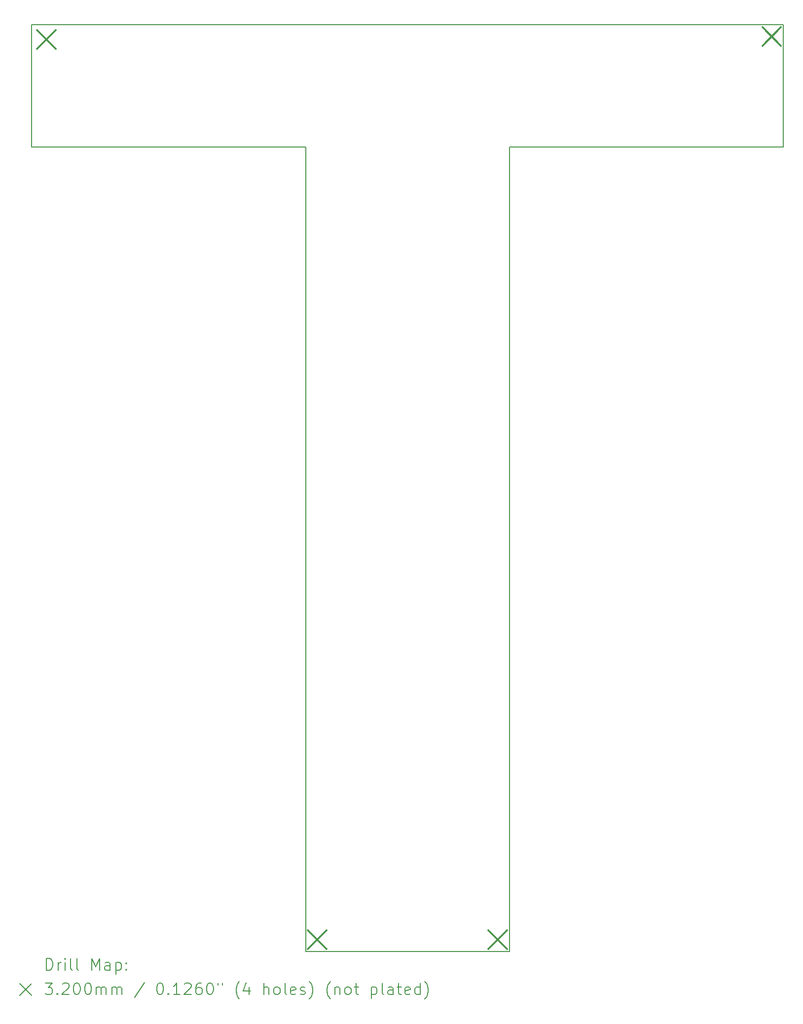
<source format=gbr>
%FSLAX45Y45*%
G04 Gerber Fmt 4.5, Leading zero omitted, Abs format (unit mm)*
G04 Created by KiCad (PCBNEW (6.0.2)) date 2023-10-08 18:38:42*
%MOMM*%
%LPD*%
G01*
G04 APERTURE LIST*
%TA.AperFunction,Profile*%
%ADD10C,0.150000*%
%TD*%
%ADD11C,0.200000*%
%ADD12C,0.320000*%
G04 APERTURE END LIST*
D10*
X21900000Y-8100000D02*
X17200000Y-8100000D01*
X17200000Y-8100000D02*
X17200000Y-21908000D01*
X17200000Y-21908000D02*
X13700000Y-21908000D01*
X13700000Y-21908000D02*
X13700000Y-8100000D01*
X13700000Y-8100000D02*
X9000000Y-8100000D01*
X9000000Y-8100000D02*
X9000000Y-6000000D01*
X9000000Y-6000000D02*
X21900000Y-6000000D01*
X21900000Y-6000000D02*
X21900000Y-8100000D01*
D11*
D12*
X9090000Y-6090000D02*
X9410000Y-6410000D01*
X9410000Y-6090000D02*
X9090000Y-6410000D01*
X13740000Y-21540000D02*
X14060000Y-21860000D01*
X14060000Y-21540000D02*
X13740000Y-21860000D01*
X16840000Y-21540000D02*
X17160000Y-21860000D01*
X17160000Y-21540000D02*
X16840000Y-21860000D01*
X21540000Y-6040000D02*
X21860000Y-6360000D01*
X21860000Y-6040000D02*
X21540000Y-6360000D01*
D11*
X9250119Y-22225976D02*
X9250119Y-22025976D01*
X9297738Y-22025976D01*
X9326310Y-22035500D01*
X9345357Y-22054548D01*
X9354881Y-22073595D01*
X9364405Y-22111690D01*
X9364405Y-22140262D01*
X9354881Y-22178357D01*
X9345357Y-22197405D01*
X9326310Y-22216452D01*
X9297738Y-22225976D01*
X9250119Y-22225976D01*
X9450119Y-22225976D02*
X9450119Y-22092643D01*
X9450119Y-22130738D02*
X9459643Y-22111690D01*
X9469167Y-22102167D01*
X9488214Y-22092643D01*
X9507262Y-22092643D01*
X9573929Y-22225976D02*
X9573929Y-22092643D01*
X9573929Y-22025976D02*
X9564405Y-22035500D01*
X9573929Y-22045024D01*
X9583452Y-22035500D01*
X9573929Y-22025976D01*
X9573929Y-22045024D01*
X9697738Y-22225976D02*
X9678690Y-22216452D01*
X9669167Y-22197405D01*
X9669167Y-22025976D01*
X9802500Y-22225976D02*
X9783452Y-22216452D01*
X9773929Y-22197405D01*
X9773929Y-22025976D01*
X10031071Y-22225976D02*
X10031071Y-22025976D01*
X10097738Y-22168833D01*
X10164405Y-22025976D01*
X10164405Y-22225976D01*
X10345357Y-22225976D02*
X10345357Y-22121214D01*
X10335833Y-22102167D01*
X10316786Y-22092643D01*
X10278690Y-22092643D01*
X10259643Y-22102167D01*
X10345357Y-22216452D02*
X10326310Y-22225976D01*
X10278690Y-22225976D01*
X10259643Y-22216452D01*
X10250119Y-22197405D01*
X10250119Y-22178357D01*
X10259643Y-22159310D01*
X10278690Y-22149786D01*
X10326310Y-22149786D01*
X10345357Y-22140262D01*
X10440595Y-22092643D02*
X10440595Y-22292643D01*
X10440595Y-22102167D02*
X10459643Y-22092643D01*
X10497738Y-22092643D01*
X10516786Y-22102167D01*
X10526310Y-22111690D01*
X10535833Y-22130738D01*
X10535833Y-22187881D01*
X10526310Y-22206929D01*
X10516786Y-22216452D01*
X10497738Y-22225976D01*
X10459643Y-22225976D01*
X10440595Y-22216452D01*
X10621548Y-22206929D02*
X10631071Y-22216452D01*
X10621548Y-22225976D01*
X10612024Y-22216452D01*
X10621548Y-22206929D01*
X10621548Y-22225976D01*
X10621548Y-22102167D02*
X10631071Y-22111690D01*
X10621548Y-22121214D01*
X10612024Y-22111690D01*
X10621548Y-22102167D01*
X10621548Y-22121214D01*
X8792500Y-22455500D02*
X8992500Y-22655500D01*
X8992500Y-22455500D02*
X8792500Y-22655500D01*
X9231071Y-22445976D02*
X9354881Y-22445976D01*
X9288214Y-22522167D01*
X9316786Y-22522167D01*
X9335833Y-22531690D01*
X9345357Y-22541214D01*
X9354881Y-22560262D01*
X9354881Y-22607881D01*
X9345357Y-22626928D01*
X9335833Y-22636452D01*
X9316786Y-22645976D01*
X9259643Y-22645976D01*
X9240595Y-22636452D01*
X9231071Y-22626928D01*
X9440595Y-22626928D02*
X9450119Y-22636452D01*
X9440595Y-22645976D01*
X9431071Y-22636452D01*
X9440595Y-22626928D01*
X9440595Y-22645976D01*
X9526310Y-22465024D02*
X9535833Y-22455500D01*
X9554881Y-22445976D01*
X9602500Y-22445976D01*
X9621548Y-22455500D01*
X9631071Y-22465024D01*
X9640595Y-22484071D01*
X9640595Y-22503119D01*
X9631071Y-22531690D01*
X9516786Y-22645976D01*
X9640595Y-22645976D01*
X9764405Y-22445976D02*
X9783452Y-22445976D01*
X9802500Y-22455500D01*
X9812024Y-22465024D01*
X9821548Y-22484071D01*
X9831071Y-22522167D01*
X9831071Y-22569786D01*
X9821548Y-22607881D01*
X9812024Y-22626928D01*
X9802500Y-22636452D01*
X9783452Y-22645976D01*
X9764405Y-22645976D01*
X9745357Y-22636452D01*
X9735833Y-22626928D01*
X9726310Y-22607881D01*
X9716786Y-22569786D01*
X9716786Y-22522167D01*
X9726310Y-22484071D01*
X9735833Y-22465024D01*
X9745357Y-22455500D01*
X9764405Y-22445976D01*
X9954881Y-22445976D02*
X9973929Y-22445976D01*
X9992976Y-22455500D01*
X10002500Y-22465024D01*
X10012024Y-22484071D01*
X10021548Y-22522167D01*
X10021548Y-22569786D01*
X10012024Y-22607881D01*
X10002500Y-22626928D01*
X9992976Y-22636452D01*
X9973929Y-22645976D01*
X9954881Y-22645976D01*
X9935833Y-22636452D01*
X9926310Y-22626928D01*
X9916786Y-22607881D01*
X9907262Y-22569786D01*
X9907262Y-22522167D01*
X9916786Y-22484071D01*
X9926310Y-22465024D01*
X9935833Y-22455500D01*
X9954881Y-22445976D01*
X10107262Y-22645976D02*
X10107262Y-22512643D01*
X10107262Y-22531690D02*
X10116786Y-22522167D01*
X10135833Y-22512643D01*
X10164405Y-22512643D01*
X10183452Y-22522167D01*
X10192976Y-22541214D01*
X10192976Y-22645976D01*
X10192976Y-22541214D02*
X10202500Y-22522167D01*
X10221548Y-22512643D01*
X10250119Y-22512643D01*
X10269167Y-22522167D01*
X10278690Y-22541214D01*
X10278690Y-22645976D01*
X10373929Y-22645976D02*
X10373929Y-22512643D01*
X10373929Y-22531690D02*
X10383452Y-22522167D01*
X10402500Y-22512643D01*
X10431071Y-22512643D01*
X10450119Y-22522167D01*
X10459643Y-22541214D01*
X10459643Y-22645976D01*
X10459643Y-22541214D02*
X10469167Y-22522167D01*
X10488214Y-22512643D01*
X10516786Y-22512643D01*
X10535833Y-22522167D01*
X10545357Y-22541214D01*
X10545357Y-22645976D01*
X10935833Y-22436452D02*
X10764405Y-22693595D01*
X11192976Y-22445976D02*
X11212024Y-22445976D01*
X11231071Y-22455500D01*
X11240595Y-22465024D01*
X11250119Y-22484071D01*
X11259643Y-22522167D01*
X11259643Y-22569786D01*
X11250119Y-22607881D01*
X11240595Y-22626928D01*
X11231071Y-22636452D01*
X11212024Y-22645976D01*
X11192976Y-22645976D01*
X11173929Y-22636452D01*
X11164405Y-22626928D01*
X11154881Y-22607881D01*
X11145357Y-22569786D01*
X11145357Y-22522167D01*
X11154881Y-22484071D01*
X11164405Y-22465024D01*
X11173929Y-22455500D01*
X11192976Y-22445976D01*
X11345357Y-22626928D02*
X11354881Y-22636452D01*
X11345357Y-22645976D01*
X11335833Y-22636452D01*
X11345357Y-22626928D01*
X11345357Y-22645976D01*
X11545357Y-22645976D02*
X11431071Y-22645976D01*
X11488214Y-22645976D02*
X11488214Y-22445976D01*
X11469167Y-22474548D01*
X11450119Y-22493595D01*
X11431071Y-22503119D01*
X11621548Y-22465024D02*
X11631071Y-22455500D01*
X11650119Y-22445976D01*
X11697738Y-22445976D01*
X11716786Y-22455500D01*
X11726309Y-22465024D01*
X11735833Y-22484071D01*
X11735833Y-22503119D01*
X11726309Y-22531690D01*
X11612024Y-22645976D01*
X11735833Y-22645976D01*
X11907262Y-22445976D02*
X11869167Y-22445976D01*
X11850119Y-22455500D01*
X11840595Y-22465024D01*
X11821548Y-22493595D01*
X11812024Y-22531690D01*
X11812024Y-22607881D01*
X11821548Y-22626928D01*
X11831071Y-22636452D01*
X11850119Y-22645976D01*
X11888214Y-22645976D01*
X11907262Y-22636452D01*
X11916786Y-22626928D01*
X11926309Y-22607881D01*
X11926309Y-22560262D01*
X11916786Y-22541214D01*
X11907262Y-22531690D01*
X11888214Y-22522167D01*
X11850119Y-22522167D01*
X11831071Y-22531690D01*
X11821548Y-22541214D01*
X11812024Y-22560262D01*
X12050119Y-22445976D02*
X12069167Y-22445976D01*
X12088214Y-22455500D01*
X12097738Y-22465024D01*
X12107262Y-22484071D01*
X12116786Y-22522167D01*
X12116786Y-22569786D01*
X12107262Y-22607881D01*
X12097738Y-22626928D01*
X12088214Y-22636452D01*
X12069167Y-22645976D01*
X12050119Y-22645976D01*
X12031071Y-22636452D01*
X12021548Y-22626928D01*
X12012024Y-22607881D01*
X12002500Y-22569786D01*
X12002500Y-22522167D01*
X12012024Y-22484071D01*
X12021548Y-22465024D01*
X12031071Y-22455500D01*
X12050119Y-22445976D01*
X12192976Y-22445976D02*
X12192976Y-22484071D01*
X12269167Y-22445976D02*
X12269167Y-22484071D01*
X12564405Y-22722167D02*
X12554881Y-22712643D01*
X12535833Y-22684071D01*
X12526309Y-22665024D01*
X12516786Y-22636452D01*
X12507262Y-22588833D01*
X12507262Y-22550738D01*
X12516786Y-22503119D01*
X12526309Y-22474548D01*
X12535833Y-22455500D01*
X12554881Y-22426928D01*
X12564405Y-22417405D01*
X12726309Y-22512643D02*
X12726309Y-22645976D01*
X12678690Y-22436452D02*
X12631071Y-22579309D01*
X12754881Y-22579309D01*
X12983452Y-22645976D02*
X12983452Y-22445976D01*
X13069167Y-22645976D02*
X13069167Y-22541214D01*
X13059643Y-22522167D01*
X13040595Y-22512643D01*
X13012024Y-22512643D01*
X12992976Y-22522167D01*
X12983452Y-22531690D01*
X13192976Y-22645976D02*
X13173928Y-22636452D01*
X13164405Y-22626928D01*
X13154881Y-22607881D01*
X13154881Y-22550738D01*
X13164405Y-22531690D01*
X13173928Y-22522167D01*
X13192976Y-22512643D01*
X13221548Y-22512643D01*
X13240595Y-22522167D01*
X13250119Y-22531690D01*
X13259643Y-22550738D01*
X13259643Y-22607881D01*
X13250119Y-22626928D01*
X13240595Y-22636452D01*
X13221548Y-22645976D01*
X13192976Y-22645976D01*
X13373928Y-22645976D02*
X13354881Y-22636452D01*
X13345357Y-22617405D01*
X13345357Y-22445976D01*
X13526309Y-22636452D02*
X13507262Y-22645976D01*
X13469167Y-22645976D01*
X13450119Y-22636452D01*
X13440595Y-22617405D01*
X13440595Y-22541214D01*
X13450119Y-22522167D01*
X13469167Y-22512643D01*
X13507262Y-22512643D01*
X13526309Y-22522167D01*
X13535833Y-22541214D01*
X13535833Y-22560262D01*
X13440595Y-22579309D01*
X13612024Y-22636452D02*
X13631071Y-22645976D01*
X13669167Y-22645976D01*
X13688214Y-22636452D01*
X13697738Y-22617405D01*
X13697738Y-22607881D01*
X13688214Y-22588833D01*
X13669167Y-22579309D01*
X13640595Y-22579309D01*
X13621548Y-22569786D01*
X13612024Y-22550738D01*
X13612024Y-22541214D01*
X13621548Y-22522167D01*
X13640595Y-22512643D01*
X13669167Y-22512643D01*
X13688214Y-22522167D01*
X13764405Y-22722167D02*
X13773928Y-22712643D01*
X13792976Y-22684071D01*
X13802500Y-22665024D01*
X13812024Y-22636452D01*
X13821548Y-22588833D01*
X13821548Y-22550738D01*
X13812024Y-22503119D01*
X13802500Y-22474548D01*
X13792976Y-22455500D01*
X13773928Y-22426928D01*
X13764405Y-22417405D01*
X14126309Y-22722167D02*
X14116786Y-22712643D01*
X14097738Y-22684071D01*
X14088214Y-22665024D01*
X14078690Y-22636452D01*
X14069167Y-22588833D01*
X14069167Y-22550738D01*
X14078690Y-22503119D01*
X14088214Y-22474548D01*
X14097738Y-22455500D01*
X14116786Y-22426928D01*
X14126309Y-22417405D01*
X14202500Y-22512643D02*
X14202500Y-22645976D01*
X14202500Y-22531690D02*
X14212024Y-22522167D01*
X14231071Y-22512643D01*
X14259643Y-22512643D01*
X14278690Y-22522167D01*
X14288214Y-22541214D01*
X14288214Y-22645976D01*
X14412024Y-22645976D02*
X14392976Y-22636452D01*
X14383452Y-22626928D01*
X14373928Y-22607881D01*
X14373928Y-22550738D01*
X14383452Y-22531690D01*
X14392976Y-22522167D01*
X14412024Y-22512643D01*
X14440595Y-22512643D01*
X14459643Y-22522167D01*
X14469167Y-22531690D01*
X14478690Y-22550738D01*
X14478690Y-22607881D01*
X14469167Y-22626928D01*
X14459643Y-22636452D01*
X14440595Y-22645976D01*
X14412024Y-22645976D01*
X14535833Y-22512643D02*
X14612024Y-22512643D01*
X14564405Y-22445976D02*
X14564405Y-22617405D01*
X14573928Y-22636452D01*
X14592976Y-22645976D01*
X14612024Y-22645976D01*
X14831071Y-22512643D02*
X14831071Y-22712643D01*
X14831071Y-22522167D02*
X14850119Y-22512643D01*
X14888214Y-22512643D01*
X14907262Y-22522167D01*
X14916786Y-22531690D01*
X14926309Y-22550738D01*
X14926309Y-22607881D01*
X14916786Y-22626928D01*
X14907262Y-22636452D01*
X14888214Y-22645976D01*
X14850119Y-22645976D01*
X14831071Y-22636452D01*
X15040595Y-22645976D02*
X15021548Y-22636452D01*
X15012024Y-22617405D01*
X15012024Y-22445976D01*
X15202500Y-22645976D02*
X15202500Y-22541214D01*
X15192976Y-22522167D01*
X15173928Y-22512643D01*
X15135833Y-22512643D01*
X15116786Y-22522167D01*
X15202500Y-22636452D02*
X15183452Y-22645976D01*
X15135833Y-22645976D01*
X15116786Y-22636452D01*
X15107262Y-22617405D01*
X15107262Y-22598357D01*
X15116786Y-22579309D01*
X15135833Y-22569786D01*
X15183452Y-22569786D01*
X15202500Y-22560262D01*
X15269167Y-22512643D02*
X15345357Y-22512643D01*
X15297738Y-22445976D02*
X15297738Y-22617405D01*
X15307262Y-22636452D01*
X15326309Y-22645976D01*
X15345357Y-22645976D01*
X15488214Y-22636452D02*
X15469167Y-22645976D01*
X15431071Y-22645976D01*
X15412024Y-22636452D01*
X15402500Y-22617405D01*
X15402500Y-22541214D01*
X15412024Y-22522167D01*
X15431071Y-22512643D01*
X15469167Y-22512643D01*
X15488214Y-22522167D01*
X15497738Y-22541214D01*
X15497738Y-22560262D01*
X15402500Y-22579309D01*
X15669167Y-22645976D02*
X15669167Y-22445976D01*
X15669167Y-22636452D02*
X15650119Y-22645976D01*
X15612024Y-22645976D01*
X15592976Y-22636452D01*
X15583452Y-22626928D01*
X15573928Y-22607881D01*
X15573928Y-22550738D01*
X15583452Y-22531690D01*
X15592976Y-22522167D01*
X15612024Y-22512643D01*
X15650119Y-22512643D01*
X15669167Y-22522167D01*
X15745357Y-22722167D02*
X15754881Y-22712643D01*
X15773928Y-22684071D01*
X15783452Y-22665024D01*
X15792976Y-22636452D01*
X15802500Y-22588833D01*
X15802500Y-22550738D01*
X15792976Y-22503119D01*
X15783452Y-22474548D01*
X15773928Y-22455500D01*
X15754881Y-22426928D01*
X15745357Y-22417405D01*
M02*

</source>
